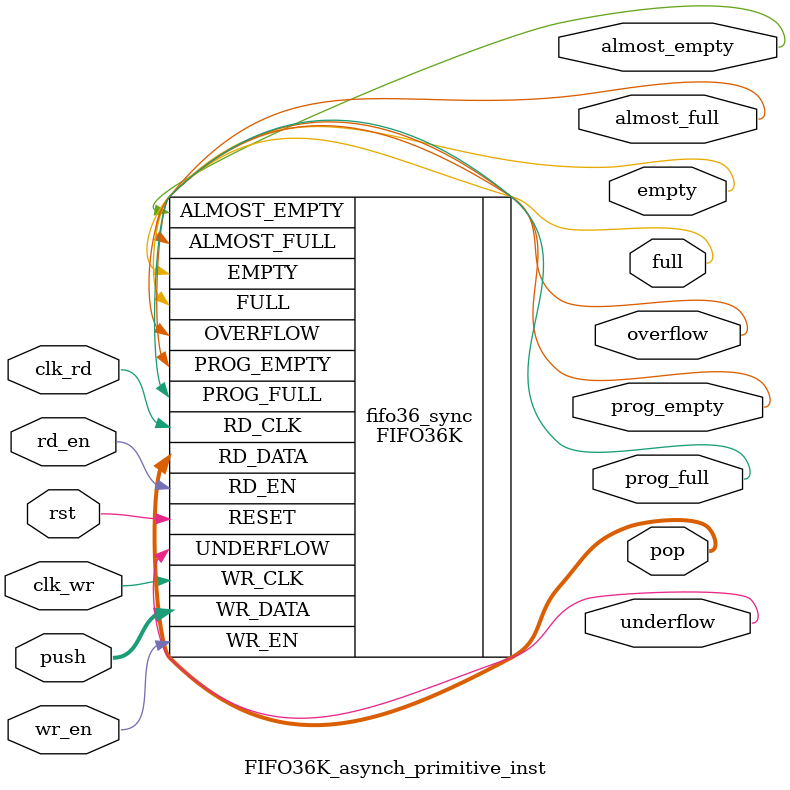
<source format=v>
module FIFO36K_asynch_primitive_inst(
  input rst, // Active high synchronous FIFO reset
  input clk_wr,clk_rd, // clock
  input wr_en, // Write enable
  input rd_en, // Read enable
  input [35:0] push, // Write data
  output [35:0] pop, // Read data
  output empty, // FIFO empty flag
  output full, // FIFO full flag
  output almost_empty, // FIFO almost empty flag
  output almost_full, // FIFO almost full flag
  output prog_empty, // FIFO programmable empty flag
  output prog_full, // FIFO programmable full flag
  output overflow, // FIFO overflow error flag
  output underflow // FIFO underflow error flag
);

FIFO36K #(
 .DATA_WRITE_WIDTH(36), 
 .DATA_READ_WIDTH(36), 
 .FIFO_TYPE("ASYNCHRONOUS"), 
 .PROG_EMPTY_THRESH(12'h001), 
 .PROG_FULL_THRESH(12'h3ff) )
 fifo36_sync (
  .RESET(rst), // Active high synchronous FIFO reset
  .WR_CLK(clk_wr), // Write clock
  .RD_CLK(clk_rd), // Read clock
  .WR_EN(wr_en), // Write enable
  .RD_EN(rd_en), // Read enable
  .WR_DATA(push), // Write data
  .RD_DATA(pop), // Read data
  .EMPTY(empty), // FIFO empty flag
  .FULL(full), // FIFO full flag
  .ALMOST_EMPTY(almost_empty), // FIFO almost empty flag
  .ALMOST_FULL(almost_full), // FIFO almost full flag
  .PROG_EMPTY(prog_empty), // FIFO programmable empty flag
  .PROG_FULL(prog_full), // FIFO programmable full flag
  .OVERFLOW(overflow), // FIFO overflow error flag
  .UNDERFLOW(underflow) // FIFO underflow error flag
);
endmodule  

</source>
